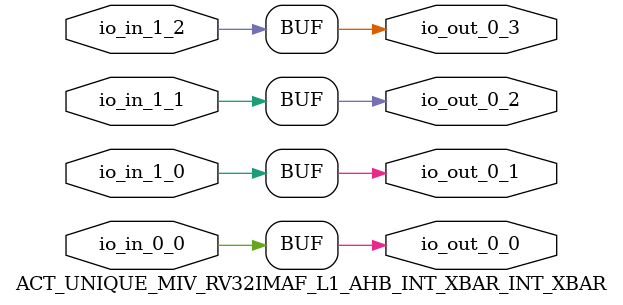
<source format=v>
`define RANDOMIZE
`timescale 1ns/10ps
module ACT_UNIQUE_MIV_RV32IMAF_L1_AHB_INT_XBAR_INT_XBAR(
  input   io_in_1_0,
  input   io_in_1_1,
  input   io_in_1_2,
  input   io_in_0_0,
  output  io_out_0_0,
  output  io_out_0_1,
  output  io_out_0_2,
  output  io_out_0_3
);
  assign io_out_0_0 = io_in_0_0;
  assign io_out_0_1 = io_in_1_0;
  assign io_out_0_2 = io_in_1_1;
  assign io_out_0_3 = io_in_1_2;
endmodule

</source>
